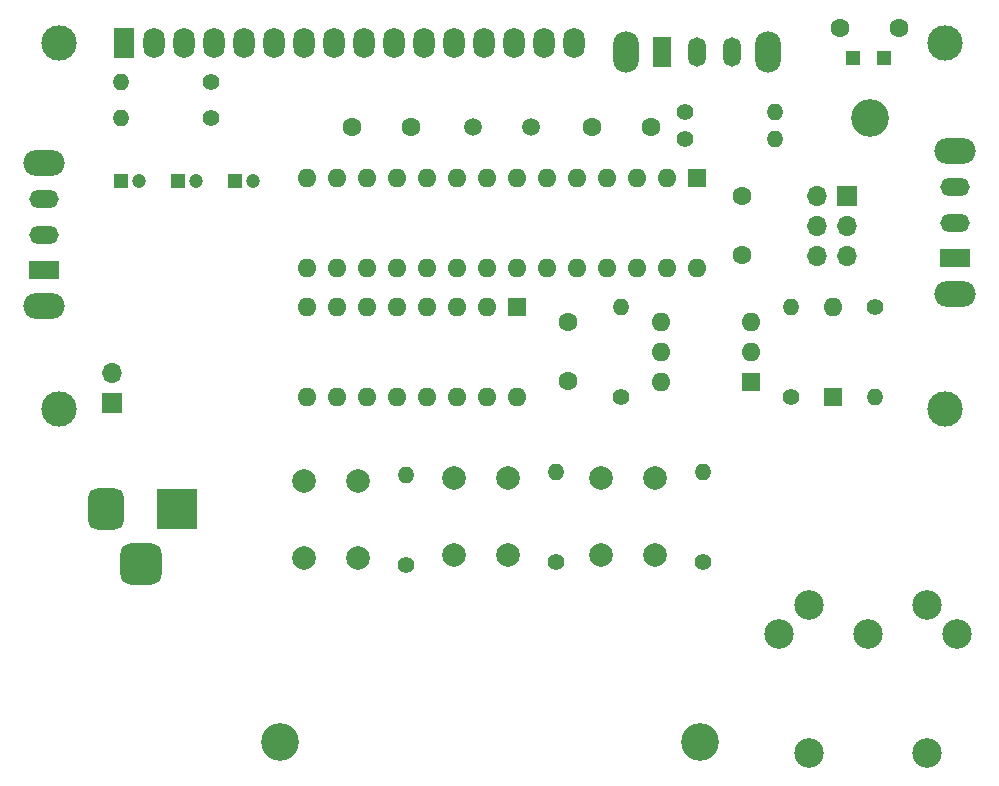
<source format=gbr>
%TF.GenerationSoftware,KiCad,Pcbnew,(6.0.7)*%
%TF.CreationDate,2022-08-13T21:24:58+02:00*%
%TF.ProjectId,SD_interrupter,53445f69-6e74-4657-9272-75707465722e,rev?*%
%TF.SameCoordinates,Original*%
%TF.FileFunction,Soldermask,Bot*%
%TF.FilePolarity,Negative*%
%FSLAX46Y46*%
G04 Gerber Fmt 4.6, Leading zero omitted, Abs format (unit mm)*
G04 Created by KiCad (PCBNEW (6.0.7)) date 2022-08-13 21:24:58*
%MOMM*%
%LPD*%
G01*
G04 APERTURE LIST*
G04 Aperture macros list*
%AMRoundRect*
0 Rectangle with rounded corners*
0 $1 Rounding radius*
0 $2 $3 $4 $5 $6 $7 $8 $9 X,Y pos of 4 corners*
0 Add a 4 corners polygon primitive as box body*
4,1,4,$2,$3,$4,$5,$6,$7,$8,$9,$2,$3,0*
0 Add four circle primitives for the rounded corners*
1,1,$1+$1,$2,$3*
1,1,$1+$1,$4,$5*
1,1,$1+$1,$6,$7*
1,1,$1+$1,$8,$9*
0 Add four rect primitives between the rounded corners*
20,1,$1+$1,$2,$3,$4,$5,0*
20,1,$1+$1,$4,$5,$6,$7,0*
20,1,$1+$1,$6,$7,$8,$9,0*
20,1,$1+$1,$8,$9,$2,$3,0*%
G04 Aperture macros list end*
%ADD10C,1.400000*%
%ADD11O,1.400000X1.400000*%
%ADD12R,1.600000X1.600000*%
%ADD13O,1.600000X1.600000*%
%ADD14C,2.500000*%
%ADD15C,2.000000*%
%ADD16C,3.200000*%
%ADD17C,1.600000*%
%ADD18R,1.208000X1.208000*%
%ADD19R,1.700000X1.700000*%
%ADD20O,1.700000X1.700000*%
%ADD21R,3.500000X3.500000*%
%ADD22RoundRect,0.750000X-0.750000X-1.000000X0.750000X-1.000000X0.750000X1.000000X-0.750000X1.000000X0*%
%ADD23RoundRect,0.875000X-0.875000X-0.875000X0.875000X-0.875000X0.875000X0.875000X-0.875000X0.875000X0*%
%ADD24O,2.200000X3.500000*%
%ADD25R,1.500000X2.500000*%
%ADD26O,1.500000X2.500000*%
%ADD27C,1.500000*%
%ADD28R,1.200000X1.200000*%
%ADD29C,1.200000*%
%ADD30O,3.500000X2.200000*%
%ADD31R,2.500000X1.500000*%
%ADD32O,2.500000X1.500000*%
%ADD33C,3.000000*%
%ADD34R,1.800000X2.600000*%
%ADD35O,1.800000X2.600000*%
G04 APERTURE END LIST*
D10*
%TO.C,R6*%
X95074400Y-50292000D03*
D11*
X95074400Y-57912000D03*
%TD*%
D12*
%TO.C,U2*%
X64755000Y-50302000D03*
D13*
X62215000Y-50302000D03*
X59675000Y-50302000D03*
X57135000Y-50302000D03*
X54595000Y-50302000D03*
X52055000Y-50302000D03*
X49515000Y-50302000D03*
X46975000Y-50302000D03*
X46975000Y-57922000D03*
X49515000Y-57922000D03*
X52055000Y-57922000D03*
X54595000Y-57922000D03*
X57135000Y-57922000D03*
X59675000Y-57922000D03*
X62215000Y-57922000D03*
X64755000Y-57922000D03*
%TD*%
D14*
%TO.C,J3*%
X101988000Y-78026000D03*
X94488000Y-78026000D03*
X86988000Y-78026000D03*
X99488000Y-75526000D03*
X89488000Y-75526000D03*
X89488000Y-88026000D03*
X99488000Y-88026000D03*
%TD*%
D15*
%TO.C,SW3*%
X46772000Y-71576000D03*
X46772000Y-65076000D03*
X51272000Y-65076000D03*
X51272000Y-71576000D03*
%TD*%
D10*
%TO.C,R3*%
X80518000Y-71882000D03*
D11*
X80518000Y-64262000D03*
%TD*%
D16*
%TO.C,U6*%
X94617625Y-34310000D03*
D17*
X92117625Y-26710000D03*
X97117625Y-26710000D03*
D18*
X95817625Y-29210000D03*
X93217625Y-29210000D03*
%TD*%
D16*
%TO.C,REF\u002A\u002A*%
X44704000Y-87122000D03*
%TD*%
D19*
%TO.C,J5*%
X30455000Y-58400000D03*
D20*
X30455000Y-55860000D03*
%TD*%
D12*
%TO.C,D1*%
X91523600Y-57912000D03*
D13*
X91523600Y-50292000D03*
%TD*%
D10*
%TO.C,R10*%
X78994000Y-33782000D03*
D11*
X86614000Y-33782000D03*
%TD*%
D17*
%TO.C,C4*%
X71120000Y-35052000D03*
X76120000Y-35052000D03*
%TD*%
%TO.C,C10*%
X69088000Y-51562000D03*
X69088000Y-56562000D03*
%TD*%
D10*
%TO.C,R8*%
X78994000Y-36068000D03*
D11*
X86614000Y-36068000D03*
%TD*%
D21*
%TO.C,J4*%
X35972000Y-67368500D03*
D22*
X29972000Y-67368500D03*
D23*
X32972000Y-72068500D03*
%TD*%
D10*
%TO.C,R1*%
X55372000Y-72136000D03*
D11*
X55372000Y-64516000D03*
%TD*%
D19*
%TO.C,J2*%
X92710000Y-40894000D03*
D20*
X90170000Y-40894000D03*
X92710000Y-43434000D03*
X90170000Y-43434000D03*
X92710000Y-45974000D03*
X90170000Y-45974000D03*
%TD*%
D24*
%TO.C,SW1*%
X86060000Y-28702000D03*
X73960000Y-28702000D03*
D25*
X77010000Y-28702000D03*
D26*
X80010000Y-28702000D03*
X83010000Y-28702000D03*
%TD*%
D27*
%TO.C,Y1*%
X61050000Y-35052000D03*
X65930000Y-35052000D03*
%TD*%
D10*
%TO.C,R2*%
X68072000Y-71882000D03*
D11*
X68072000Y-64262000D03*
%TD*%
D12*
%TO.C,U4*%
X80000000Y-39380000D03*
D13*
X77460000Y-39380000D03*
X74920000Y-39380000D03*
X72380000Y-39380000D03*
X69840000Y-39380000D03*
X67300000Y-39380000D03*
X64760000Y-39380000D03*
X62220000Y-39380000D03*
X59680000Y-39380000D03*
X57140000Y-39380000D03*
X54600000Y-39380000D03*
X52060000Y-39380000D03*
X49520000Y-39380000D03*
X46980000Y-39380000D03*
X46980000Y-47000000D03*
X49520000Y-47000000D03*
X52060000Y-47000000D03*
X54600000Y-47000000D03*
X57140000Y-47000000D03*
X59680000Y-47000000D03*
X62220000Y-47000000D03*
X64760000Y-47000000D03*
X67300000Y-47000000D03*
X69840000Y-47000000D03*
X72380000Y-47000000D03*
X74920000Y-47000000D03*
X77460000Y-47000000D03*
X80000000Y-47000000D03*
%TD*%
D28*
%TO.C,C2*%
X36107401Y-39624000D03*
D29*
X37607401Y-39624000D03*
%TD*%
D17*
%TO.C,C7*%
X83820000Y-45934000D03*
X83820000Y-40934000D03*
%TD*%
D10*
%TO.C,R4*%
X38862000Y-34290000D03*
D11*
X31242000Y-34290000D03*
%TD*%
D16*
%TO.C,REF\u002A\u002A*%
X80264000Y-87122000D03*
%TD*%
D10*
%TO.C,R7*%
X87972800Y-57912000D03*
D11*
X87972800Y-50292000D03*
%TD*%
D30*
%TO.C,SW6*%
X101854000Y-37130000D03*
X101854000Y-49230000D03*
D31*
X101854000Y-46180000D03*
D32*
X101854000Y-43180000D03*
X101854000Y-40180000D03*
%TD*%
D15*
%TO.C,SW4*%
X59472000Y-64822000D03*
X59472000Y-71322000D03*
X63972000Y-71322000D03*
X63972000Y-64822000D03*
%TD*%
%TO.C,SW5*%
X71918000Y-71322000D03*
X71918000Y-64822000D03*
X76418000Y-71322000D03*
X76418000Y-64822000D03*
%TD*%
D10*
%TO.C,R5*%
X38862000Y-31242000D03*
D11*
X31242000Y-31242000D03*
%TD*%
D33*
%TO.C,DS1*%
X100995480Y-58940700D03*
X25996900Y-27940000D03*
X25996900Y-58940700D03*
X100996000Y-27940000D03*
D34*
X31496000Y-27940000D03*
D35*
X34036000Y-27940000D03*
X36576000Y-27940000D03*
X39116000Y-27940000D03*
X41656000Y-27940000D03*
X44196000Y-27940000D03*
X46736000Y-27940000D03*
X49276000Y-27940000D03*
X51816000Y-27940000D03*
X54356000Y-27940000D03*
X56896000Y-27940000D03*
X59436000Y-27940000D03*
X61976000Y-27940000D03*
X64516000Y-27940000D03*
X67056000Y-27940000D03*
X69596000Y-27940000D03*
%TD*%
D10*
%TO.C,R9*%
X73571200Y-57912000D03*
D11*
X73571200Y-50292000D03*
%TD*%
D17*
%TO.C,C5*%
X55800000Y-35052000D03*
X50800000Y-35052000D03*
%TD*%
D30*
%TO.C,SW2*%
X24765000Y-38146000D03*
X24765000Y-50246000D03*
D31*
X24765000Y-47196000D03*
D32*
X24765000Y-44196000D03*
X24765000Y-41196000D03*
%TD*%
D28*
%TO.C,C3*%
X40933401Y-39624000D03*
D29*
X42433401Y-39624000D03*
%TD*%
D28*
%TO.C,C1*%
X31242000Y-39624000D03*
D29*
X32742000Y-39624000D03*
%TD*%
D12*
%TO.C,U5*%
X84572000Y-56627000D03*
D13*
X84572000Y-54087000D03*
X84572000Y-51547000D03*
X76952000Y-51547000D03*
X76952000Y-54087000D03*
X76952000Y-56627000D03*
%TD*%
M02*

</source>
